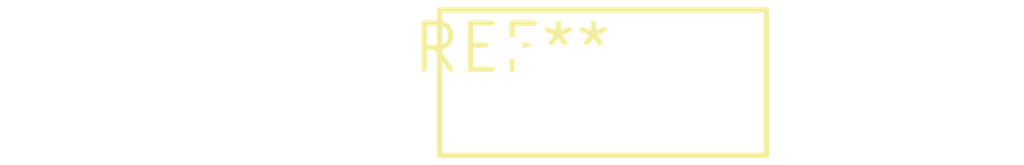
<source format=kicad_pcb>
(kicad_pcb (version 20240108) (generator pcbnew)
  (layers (0 "F.Cu" signal) (31 "B.Cu" signal) (34 "B.Paste" user) (35 "F.Paste" user) (36 "B.SilkS" user "B.Silkscreen") (37 "F.SilkS" user "F.Silkscreen") (38 "B.Mask" user) (39 "F.Mask" user) (44 "Edge.Cuts" user))
  (net 0 "")
  (footprint "RV_Disc_D9mm_W4mm_P5mm" (layer "F.Cu") (at 0 0)
    (property "Reference" "REF**")
    (property "Value" "RV_Disc_D9mm_W4mm_P5mm")
    (fp_line (start -2 -1.05) (end -2 2.95) (layer "F.SilkS") (stroke (width 0.15)))
    (fp_line (start -2 -1.05) (end 7 -1.05) (layer "F.SilkS") (stroke (width 0.15)))
    (fp_line (start -2 2.95) (end 7 2.95) (layer "F.SilkS") (stroke (width 0.15)))
    (fp_line (start 7 -1.05) (end 7 2.95) (layer "F.SilkS") (stroke (width 0.15)))
    (pad "1" thru_hole circle (at 0 0) (size 1.6 1.6) (drill 0.6) (layers *.Cu *.Mask) (remove_unused_layers))
    (pad "2" thru_hole circle (at 5 1.9) (size 1.6 1.6) (drill 0.6) (layers *.Cu *.Mask) (remove_unused_layers))
  )
)
</source>
